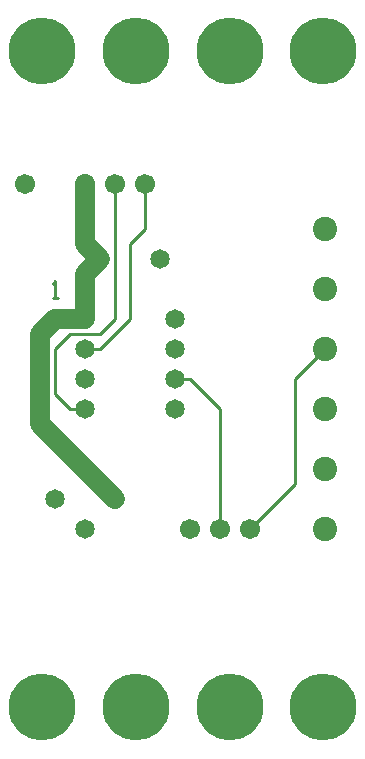
<source format=gtl>
%MOIN*%
%FSLAX25Y25*%
G04 D10 used for Character Trace; *
G04     Circle (OD=.01000) (No hole)*
G04 D11 used for Power Trace; *
G04     Circle (OD=.06700) (No hole)*
G04 D12 used for Signal Trace; *
G04     Circle (OD=.01100) (No hole)*
G04 D13 used for Via; *
G04     Circle (OD=.05800) (Round. Hole ID=.02800)*
G04 D14 used for Component hole; *
G04     Circle (OD=.06500) (Round. Hole ID=.03500)*
G04 D15 used for Component hole; *
G04     Circle (OD=.06700) (Round. Hole ID=.04300)*
G04 D16 used for Component hole; *
G04     Circle (OD=.08100) (Round. Hole ID=.05100)*
G04 D17 used for Component hole; *
G04     Circle (OD=.08900) (Round. Hole ID=.05900)*
G04 D18 used for Component hole; *
G04     Circle (OD=.11300) (Round. Hole ID=.08300)*
G04 D19 used for Component hole; *
G04     Circle (OD=.16000) (Round. Hole ID=.13000)*
G04 D20 used for Component hole; *
G04     Circle (OD=.18300) (Round. Hole ID=.15300)*
G04 D21 used for Component hole; *
G04     Circle (OD=.22291) (Round. Hole ID=.19291)*
%ADD10C,.01000*%
%ADD11C,.06700*%
%ADD12C,.01100*%
%ADD13C,.05800*%
%ADD14C,.06500*%
%ADD15C,.06700*%
%ADD16C,.08100*%
%ADD17C,.08900*%
%ADD18C,.11300*%
%ADD19C,.16000*%
%ADD20C,.18300*%
%ADD21C,.22291*%
%IPPOS*%
%LPD*%
G90*X0Y0D02*D21*X15625Y15625D03*X46875D03*D15*    
X75000Y75000D03*D12*Y115000D01*X65000Y125000D01*  
X60000D01*D14*D03*Y135000D03*Y115000D03*D12*      
X35000Y140000D02*X40000Y145000D01*                
X25000Y140000D02*X35000D01*X20000Y135000D02*      
X25000Y140000D01*X20000Y120000D02*Y135000D01*     
X25000Y115000D02*X20000Y120000D01*                
X25000Y115000D02*X30000D01*D14*D03*Y125000D03*D11*
X40000Y85000D02*X15000Y110000D01*D14*             
X40000Y85000D03*X30000Y75000D03*X20000Y85000D03*  
D11*X15000Y110000D02*Y140000D01*X20000Y145000D01* 
X30000D01*D14*D03*D11*Y160000D01*X35000Y165000D01*
D14*D03*D11*X30000Y170000D01*Y190000D01*D15*D03*  
X40000D03*D12*Y145000D01*X35000Y135000D02*        
X45000Y145000D01*X30000Y135000D02*X35000D01*D14*  
X30000D03*D12*X45000Y145000D02*Y170000D01*        
X50000Y175000D01*Y190000D01*D15*D03*D14*          
X55000Y165000D03*D10*X19163Y156914D02*            
X20000Y157871D01*Y152129D01*X19163D02*X20837D01*  
D15*X10000Y190000D03*D21*X78125Y234375D03*        
X46875D03*D14*X60000Y145000D03*D21*               
X15625Y234375D03*D16*X110000Y135000D03*D12*       
X100000Y125000D01*Y90000D01*X85000Y75000D01*D15*  
D03*X65000D03*D16*X110000D03*Y95000D03*Y115000D03*
D21*X78125Y15625D03*X109375D03*D16*               
X110000Y155000D03*Y175000D03*D21*                 
X109375Y234375D03*M02*                            

</source>
